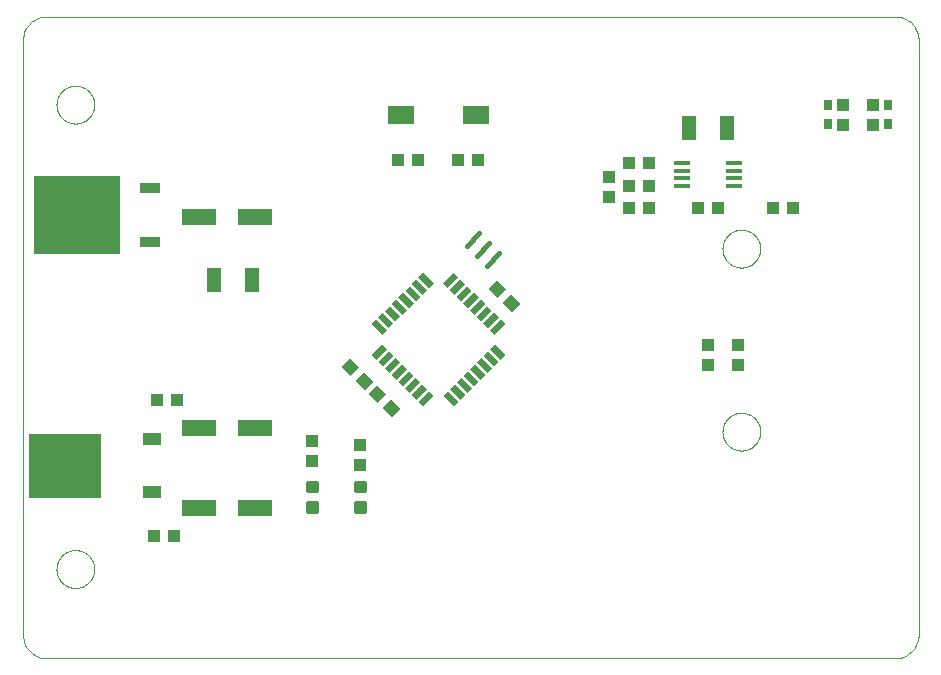
<source format=gtp>
G75*
%MOIN*%
%OFA0B0*%
%FSLAX25Y25*%
%IPPOS*%
%LPD*%
%AMOC8*
5,1,8,0,0,1.08239X$1,22.5*
%
%ADD10C,0.00394*%
%ADD11C,0.00000*%
%ADD12R,0.04331X0.03937*%
%ADD13C,0.01181*%
%ADD14R,0.03937X0.04331*%
%ADD15R,0.09055X0.06299*%
%ADD16R,0.05000X0.02200*%
%ADD17R,0.02200X0.05000*%
%ADD18R,0.05512X0.01575*%
%ADD19C,0.01772*%
%ADD20R,0.02756X0.03346*%
%ADD21R,0.24409X0.21260*%
%ADD22R,0.06299X0.03937*%
%ADD23R,0.06700X0.03700*%
%ADD24R,0.28800X0.26000*%
%ADD25R,0.04724X0.07874*%
%ADD26R,0.11811X0.05512*%
D10*
X0012314Y0008797D02*
X0011600Y0009511D01*
X0011277Y0009901D01*
X0010993Y0010321D01*
X0010710Y0010740D01*
X0010465Y0011187D01*
X0010065Y0012128D01*
X0009910Y0012622D01*
X0009805Y0013133D01*
X0009699Y0013645D01*
X0009644Y0014174D01*
X0009644Y0213440D01*
X0009699Y0213969D01*
X0009805Y0214481D01*
X0009910Y0214992D01*
X0010065Y0215486D01*
X0010465Y0216427D01*
X0010710Y0216874D01*
X0010993Y0217294D01*
X0011277Y0217713D01*
X0011600Y0218103D01*
X0012314Y0218817D01*
X0012704Y0219140D01*
X0013123Y0219424D01*
X0013542Y0219707D01*
X0013990Y0219952D01*
X0014931Y0220352D01*
X0015425Y0220507D01*
X0015936Y0220612D01*
X0016448Y0220718D01*
X0016977Y0220773D01*
X0300832Y0220773D01*
X0301361Y0220718D01*
X0301872Y0220612D01*
X0302383Y0220507D01*
X0302877Y0220352D01*
X0303818Y0219952D01*
X0304266Y0219707D01*
X0304685Y0219424D01*
X0305104Y0219140D01*
X0305495Y0218817D01*
X0306208Y0218103D01*
X0306531Y0217713D01*
X0306815Y0217294D01*
X0307099Y0216874D01*
X0307343Y0216427D01*
X0307743Y0215486D01*
X0307898Y0214992D01*
X0308004Y0214481D01*
X0308109Y0213969D01*
X0308164Y0213440D01*
X0308164Y0014174D01*
X0308109Y0013645D01*
X0308004Y0013133D01*
X0307898Y0012622D01*
X0307743Y0012128D01*
X0307343Y0011187D01*
X0307099Y0010740D01*
X0306815Y0010321D01*
X0306531Y0009901D01*
X0306208Y0009511D01*
X0305495Y0008797D01*
X0305104Y0008474D01*
X0304685Y0008191D01*
X0304266Y0007907D01*
X0303818Y0007662D01*
X0302877Y0007262D01*
X0302383Y0007107D01*
X0301872Y0007002D01*
X0301361Y0006896D01*
X0300832Y0006841D01*
X0016977Y0006841D01*
X0016448Y0006896D01*
X0015936Y0007002D01*
X0015425Y0007107D01*
X0014931Y0007262D01*
X0013990Y0007662D01*
X0013542Y0007907D01*
X0013123Y0008191D01*
X0012704Y0008474D01*
X0012314Y0008797D01*
D11*
X0020801Y0036600D02*
X0020803Y0036758D01*
X0020809Y0036916D01*
X0020819Y0037074D01*
X0020833Y0037232D01*
X0020851Y0037389D01*
X0020872Y0037546D01*
X0020898Y0037702D01*
X0020928Y0037858D01*
X0020961Y0038013D01*
X0020999Y0038166D01*
X0021040Y0038319D01*
X0021085Y0038471D01*
X0021134Y0038622D01*
X0021187Y0038771D01*
X0021243Y0038919D01*
X0021303Y0039065D01*
X0021367Y0039210D01*
X0021435Y0039353D01*
X0021506Y0039495D01*
X0021580Y0039635D01*
X0021658Y0039772D01*
X0021740Y0039908D01*
X0021824Y0040042D01*
X0021913Y0040173D01*
X0022004Y0040302D01*
X0022099Y0040429D01*
X0022196Y0040554D01*
X0022297Y0040676D01*
X0022401Y0040795D01*
X0022508Y0040912D01*
X0022618Y0041026D01*
X0022731Y0041137D01*
X0022846Y0041246D01*
X0022964Y0041351D01*
X0023085Y0041453D01*
X0023208Y0041553D01*
X0023334Y0041649D01*
X0023462Y0041742D01*
X0023592Y0041832D01*
X0023725Y0041918D01*
X0023860Y0042002D01*
X0023996Y0042081D01*
X0024135Y0042158D01*
X0024276Y0042230D01*
X0024418Y0042300D01*
X0024562Y0042365D01*
X0024708Y0042427D01*
X0024855Y0042485D01*
X0025004Y0042540D01*
X0025154Y0042591D01*
X0025305Y0042638D01*
X0025457Y0042681D01*
X0025610Y0042720D01*
X0025765Y0042756D01*
X0025920Y0042787D01*
X0026076Y0042815D01*
X0026232Y0042839D01*
X0026389Y0042859D01*
X0026547Y0042875D01*
X0026704Y0042887D01*
X0026863Y0042895D01*
X0027021Y0042899D01*
X0027179Y0042899D01*
X0027337Y0042895D01*
X0027496Y0042887D01*
X0027653Y0042875D01*
X0027811Y0042859D01*
X0027968Y0042839D01*
X0028124Y0042815D01*
X0028280Y0042787D01*
X0028435Y0042756D01*
X0028590Y0042720D01*
X0028743Y0042681D01*
X0028895Y0042638D01*
X0029046Y0042591D01*
X0029196Y0042540D01*
X0029345Y0042485D01*
X0029492Y0042427D01*
X0029638Y0042365D01*
X0029782Y0042300D01*
X0029924Y0042230D01*
X0030065Y0042158D01*
X0030204Y0042081D01*
X0030340Y0042002D01*
X0030475Y0041918D01*
X0030608Y0041832D01*
X0030738Y0041742D01*
X0030866Y0041649D01*
X0030992Y0041553D01*
X0031115Y0041453D01*
X0031236Y0041351D01*
X0031354Y0041246D01*
X0031469Y0041137D01*
X0031582Y0041026D01*
X0031692Y0040912D01*
X0031799Y0040795D01*
X0031903Y0040676D01*
X0032004Y0040554D01*
X0032101Y0040429D01*
X0032196Y0040302D01*
X0032287Y0040173D01*
X0032376Y0040042D01*
X0032460Y0039908D01*
X0032542Y0039772D01*
X0032620Y0039635D01*
X0032694Y0039495D01*
X0032765Y0039353D01*
X0032833Y0039210D01*
X0032897Y0039065D01*
X0032957Y0038919D01*
X0033013Y0038771D01*
X0033066Y0038622D01*
X0033115Y0038471D01*
X0033160Y0038319D01*
X0033201Y0038166D01*
X0033239Y0038013D01*
X0033272Y0037858D01*
X0033302Y0037702D01*
X0033328Y0037546D01*
X0033349Y0037389D01*
X0033367Y0037232D01*
X0033381Y0037074D01*
X0033391Y0036916D01*
X0033397Y0036758D01*
X0033399Y0036600D01*
X0033397Y0036442D01*
X0033391Y0036284D01*
X0033381Y0036126D01*
X0033367Y0035968D01*
X0033349Y0035811D01*
X0033328Y0035654D01*
X0033302Y0035498D01*
X0033272Y0035342D01*
X0033239Y0035187D01*
X0033201Y0035034D01*
X0033160Y0034881D01*
X0033115Y0034729D01*
X0033066Y0034578D01*
X0033013Y0034429D01*
X0032957Y0034281D01*
X0032897Y0034135D01*
X0032833Y0033990D01*
X0032765Y0033847D01*
X0032694Y0033705D01*
X0032620Y0033565D01*
X0032542Y0033428D01*
X0032460Y0033292D01*
X0032376Y0033158D01*
X0032287Y0033027D01*
X0032196Y0032898D01*
X0032101Y0032771D01*
X0032004Y0032646D01*
X0031903Y0032524D01*
X0031799Y0032405D01*
X0031692Y0032288D01*
X0031582Y0032174D01*
X0031469Y0032063D01*
X0031354Y0031954D01*
X0031236Y0031849D01*
X0031115Y0031747D01*
X0030992Y0031647D01*
X0030866Y0031551D01*
X0030738Y0031458D01*
X0030608Y0031368D01*
X0030475Y0031282D01*
X0030340Y0031198D01*
X0030204Y0031119D01*
X0030065Y0031042D01*
X0029924Y0030970D01*
X0029782Y0030900D01*
X0029638Y0030835D01*
X0029492Y0030773D01*
X0029345Y0030715D01*
X0029196Y0030660D01*
X0029046Y0030609D01*
X0028895Y0030562D01*
X0028743Y0030519D01*
X0028590Y0030480D01*
X0028435Y0030444D01*
X0028280Y0030413D01*
X0028124Y0030385D01*
X0027968Y0030361D01*
X0027811Y0030341D01*
X0027653Y0030325D01*
X0027496Y0030313D01*
X0027337Y0030305D01*
X0027179Y0030301D01*
X0027021Y0030301D01*
X0026863Y0030305D01*
X0026704Y0030313D01*
X0026547Y0030325D01*
X0026389Y0030341D01*
X0026232Y0030361D01*
X0026076Y0030385D01*
X0025920Y0030413D01*
X0025765Y0030444D01*
X0025610Y0030480D01*
X0025457Y0030519D01*
X0025305Y0030562D01*
X0025154Y0030609D01*
X0025004Y0030660D01*
X0024855Y0030715D01*
X0024708Y0030773D01*
X0024562Y0030835D01*
X0024418Y0030900D01*
X0024276Y0030970D01*
X0024135Y0031042D01*
X0023996Y0031119D01*
X0023860Y0031198D01*
X0023725Y0031282D01*
X0023592Y0031368D01*
X0023462Y0031458D01*
X0023334Y0031551D01*
X0023208Y0031647D01*
X0023085Y0031747D01*
X0022964Y0031849D01*
X0022846Y0031954D01*
X0022731Y0032063D01*
X0022618Y0032174D01*
X0022508Y0032288D01*
X0022401Y0032405D01*
X0022297Y0032524D01*
X0022196Y0032646D01*
X0022099Y0032771D01*
X0022004Y0032898D01*
X0021913Y0033027D01*
X0021824Y0033158D01*
X0021740Y0033292D01*
X0021658Y0033428D01*
X0021580Y0033565D01*
X0021506Y0033705D01*
X0021435Y0033847D01*
X0021367Y0033990D01*
X0021303Y0034135D01*
X0021243Y0034281D01*
X0021187Y0034429D01*
X0021134Y0034578D01*
X0021085Y0034729D01*
X0021040Y0034881D01*
X0020999Y0035034D01*
X0020961Y0035187D01*
X0020928Y0035342D01*
X0020898Y0035498D01*
X0020872Y0035654D01*
X0020851Y0035811D01*
X0020833Y0035968D01*
X0020819Y0036126D01*
X0020809Y0036284D01*
X0020803Y0036442D01*
X0020801Y0036600D01*
X0020801Y0191400D02*
X0020803Y0191558D01*
X0020809Y0191716D01*
X0020819Y0191874D01*
X0020833Y0192032D01*
X0020851Y0192189D01*
X0020872Y0192346D01*
X0020898Y0192502D01*
X0020928Y0192658D01*
X0020961Y0192813D01*
X0020999Y0192966D01*
X0021040Y0193119D01*
X0021085Y0193271D01*
X0021134Y0193422D01*
X0021187Y0193571D01*
X0021243Y0193719D01*
X0021303Y0193865D01*
X0021367Y0194010D01*
X0021435Y0194153D01*
X0021506Y0194295D01*
X0021580Y0194435D01*
X0021658Y0194572D01*
X0021740Y0194708D01*
X0021824Y0194842D01*
X0021913Y0194973D01*
X0022004Y0195102D01*
X0022099Y0195229D01*
X0022196Y0195354D01*
X0022297Y0195476D01*
X0022401Y0195595D01*
X0022508Y0195712D01*
X0022618Y0195826D01*
X0022731Y0195937D01*
X0022846Y0196046D01*
X0022964Y0196151D01*
X0023085Y0196253D01*
X0023208Y0196353D01*
X0023334Y0196449D01*
X0023462Y0196542D01*
X0023592Y0196632D01*
X0023725Y0196718D01*
X0023860Y0196802D01*
X0023996Y0196881D01*
X0024135Y0196958D01*
X0024276Y0197030D01*
X0024418Y0197100D01*
X0024562Y0197165D01*
X0024708Y0197227D01*
X0024855Y0197285D01*
X0025004Y0197340D01*
X0025154Y0197391D01*
X0025305Y0197438D01*
X0025457Y0197481D01*
X0025610Y0197520D01*
X0025765Y0197556D01*
X0025920Y0197587D01*
X0026076Y0197615D01*
X0026232Y0197639D01*
X0026389Y0197659D01*
X0026547Y0197675D01*
X0026704Y0197687D01*
X0026863Y0197695D01*
X0027021Y0197699D01*
X0027179Y0197699D01*
X0027337Y0197695D01*
X0027496Y0197687D01*
X0027653Y0197675D01*
X0027811Y0197659D01*
X0027968Y0197639D01*
X0028124Y0197615D01*
X0028280Y0197587D01*
X0028435Y0197556D01*
X0028590Y0197520D01*
X0028743Y0197481D01*
X0028895Y0197438D01*
X0029046Y0197391D01*
X0029196Y0197340D01*
X0029345Y0197285D01*
X0029492Y0197227D01*
X0029638Y0197165D01*
X0029782Y0197100D01*
X0029924Y0197030D01*
X0030065Y0196958D01*
X0030204Y0196881D01*
X0030340Y0196802D01*
X0030475Y0196718D01*
X0030608Y0196632D01*
X0030738Y0196542D01*
X0030866Y0196449D01*
X0030992Y0196353D01*
X0031115Y0196253D01*
X0031236Y0196151D01*
X0031354Y0196046D01*
X0031469Y0195937D01*
X0031582Y0195826D01*
X0031692Y0195712D01*
X0031799Y0195595D01*
X0031903Y0195476D01*
X0032004Y0195354D01*
X0032101Y0195229D01*
X0032196Y0195102D01*
X0032287Y0194973D01*
X0032376Y0194842D01*
X0032460Y0194708D01*
X0032542Y0194572D01*
X0032620Y0194435D01*
X0032694Y0194295D01*
X0032765Y0194153D01*
X0032833Y0194010D01*
X0032897Y0193865D01*
X0032957Y0193719D01*
X0033013Y0193571D01*
X0033066Y0193422D01*
X0033115Y0193271D01*
X0033160Y0193119D01*
X0033201Y0192966D01*
X0033239Y0192813D01*
X0033272Y0192658D01*
X0033302Y0192502D01*
X0033328Y0192346D01*
X0033349Y0192189D01*
X0033367Y0192032D01*
X0033381Y0191874D01*
X0033391Y0191716D01*
X0033397Y0191558D01*
X0033399Y0191400D01*
X0033397Y0191242D01*
X0033391Y0191084D01*
X0033381Y0190926D01*
X0033367Y0190768D01*
X0033349Y0190611D01*
X0033328Y0190454D01*
X0033302Y0190298D01*
X0033272Y0190142D01*
X0033239Y0189987D01*
X0033201Y0189834D01*
X0033160Y0189681D01*
X0033115Y0189529D01*
X0033066Y0189378D01*
X0033013Y0189229D01*
X0032957Y0189081D01*
X0032897Y0188935D01*
X0032833Y0188790D01*
X0032765Y0188647D01*
X0032694Y0188505D01*
X0032620Y0188365D01*
X0032542Y0188228D01*
X0032460Y0188092D01*
X0032376Y0187958D01*
X0032287Y0187827D01*
X0032196Y0187698D01*
X0032101Y0187571D01*
X0032004Y0187446D01*
X0031903Y0187324D01*
X0031799Y0187205D01*
X0031692Y0187088D01*
X0031582Y0186974D01*
X0031469Y0186863D01*
X0031354Y0186754D01*
X0031236Y0186649D01*
X0031115Y0186547D01*
X0030992Y0186447D01*
X0030866Y0186351D01*
X0030738Y0186258D01*
X0030608Y0186168D01*
X0030475Y0186082D01*
X0030340Y0185998D01*
X0030204Y0185919D01*
X0030065Y0185842D01*
X0029924Y0185770D01*
X0029782Y0185700D01*
X0029638Y0185635D01*
X0029492Y0185573D01*
X0029345Y0185515D01*
X0029196Y0185460D01*
X0029046Y0185409D01*
X0028895Y0185362D01*
X0028743Y0185319D01*
X0028590Y0185280D01*
X0028435Y0185244D01*
X0028280Y0185213D01*
X0028124Y0185185D01*
X0027968Y0185161D01*
X0027811Y0185141D01*
X0027653Y0185125D01*
X0027496Y0185113D01*
X0027337Y0185105D01*
X0027179Y0185101D01*
X0027021Y0185101D01*
X0026863Y0185105D01*
X0026704Y0185113D01*
X0026547Y0185125D01*
X0026389Y0185141D01*
X0026232Y0185161D01*
X0026076Y0185185D01*
X0025920Y0185213D01*
X0025765Y0185244D01*
X0025610Y0185280D01*
X0025457Y0185319D01*
X0025305Y0185362D01*
X0025154Y0185409D01*
X0025004Y0185460D01*
X0024855Y0185515D01*
X0024708Y0185573D01*
X0024562Y0185635D01*
X0024418Y0185700D01*
X0024276Y0185770D01*
X0024135Y0185842D01*
X0023996Y0185919D01*
X0023860Y0185998D01*
X0023725Y0186082D01*
X0023592Y0186168D01*
X0023462Y0186258D01*
X0023334Y0186351D01*
X0023208Y0186447D01*
X0023085Y0186547D01*
X0022964Y0186649D01*
X0022846Y0186754D01*
X0022731Y0186863D01*
X0022618Y0186974D01*
X0022508Y0187088D01*
X0022401Y0187205D01*
X0022297Y0187324D01*
X0022196Y0187446D01*
X0022099Y0187571D01*
X0022004Y0187698D01*
X0021913Y0187827D01*
X0021824Y0187958D01*
X0021740Y0188092D01*
X0021658Y0188228D01*
X0021580Y0188365D01*
X0021506Y0188505D01*
X0021435Y0188647D01*
X0021367Y0188790D01*
X0021303Y0188935D01*
X0021243Y0189081D01*
X0021187Y0189229D01*
X0021134Y0189378D01*
X0021085Y0189529D01*
X0021040Y0189681D01*
X0020999Y0189834D01*
X0020961Y0189987D01*
X0020928Y0190142D01*
X0020898Y0190298D01*
X0020872Y0190454D01*
X0020851Y0190611D01*
X0020833Y0190768D01*
X0020819Y0190926D01*
X0020809Y0191084D01*
X0020803Y0191242D01*
X0020801Y0191400D01*
X0242801Y0143400D02*
X0242803Y0143558D01*
X0242809Y0143716D01*
X0242819Y0143874D01*
X0242833Y0144032D01*
X0242851Y0144189D01*
X0242872Y0144346D01*
X0242898Y0144502D01*
X0242928Y0144658D01*
X0242961Y0144813D01*
X0242999Y0144966D01*
X0243040Y0145119D01*
X0243085Y0145271D01*
X0243134Y0145422D01*
X0243187Y0145571D01*
X0243243Y0145719D01*
X0243303Y0145865D01*
X0243367Y0146010D01*
X0243435Y0146153D01*
X0243506Y0146295D01*
X0243580Y0146435D01*
X0243658Y0146572D01*
X0243740Y0146708D01*
X0243824Y0146842D01*
X0243913Y0146973D01*
X0244004Y0147102D01*
X0244099Y0147229D01*
X0244196Y0147354D01*
X0244297Y0147476D01*
X0244401Y0147595D01*
X0244508Y0147712D01*
X0244618Y0147826D01*
X0244731Y0147937D01*
X0244846Y0148046D01*
X0244964Y0148151D01*
X0245085Y0148253D01*
X0245208Y0148353D01*
X0245334Y0148449D01*
X0245462Y0148542D01*
X0245592Y0148632D01*
X0245725Y0148718D01*
X0245860Y0148802D01*
X0245996Y0148881D01*
X0246135Y0148958D01*
X0246276Y0149030D01*
X0246418Y0149100D01*
X0246562Y0149165D01*
X0246708Y0149227D01*
X0246855Y0149285D01*
X0247004Y0149340D01*
X0247154Y0149391D01*
X0247305Y0149438D01*
X0247457Y0149481D01*
X0247610Y0149520D01*
X0247765Y0149556D01*
X0247920Y0149587D01*
X0248076Y0149615D01*
X0248232Y0149639D01*
X0248389Y0149659D01*
X0248547Y0149675D01*
X0248704Y0149687D01*
X0248863Y0149695D01*
X0249021Y0149699D01*
X0249179Y0149699D01*
X0249337Y0149695D01*
X0249496Y0149687D01*
X0249653Y0149675D01*
X0249811Y0149659D01*
X0249968Y0149639D01*
X0250124Y0149615D01*
X0250280Y0149587D01*
X0250435Y0149556D01*
X0250590Y0149520D01*
X0250743Y0149481D01*
X0250895Y0149438D01*
X0251046Y0149391D01*
X0251196Y0149340D01*
X0251345Y0149285D01*
X0251492Y0149227D01*
X0251638Y0149165D01*
X0251782Y0149100D01*
X0251924Y0149030D01*
X0252065Y0148958D01*
X0252204Y0148881D01*
X0252340Y0148802D01*
X0252475Y0148718D01*
X0252608Y0148632D01*
X0252738Y0148542D01*
X0252866Y0148449D01*
X0252992Y0148353D01*
X0253115Y0148253D01*
X0253236Y0148151D01*
X0253354Y0148046D01*
X0253469Y0147937D01*
X0253582Y0147826D01*
X0253692Y0147712D01*
X0253799Y0147595D01*
X0253903Y0147476D01*
X0254004Y0147354D01*
X0254101Y0147229D01*
X0254196Y0147102D01*
X0254287Y0146973D01*
X0254376Y0146842D01*
X0254460Y0146708D01*
X0254542Y0146572D01*
X0254620Y0146435D01*
X0254694Y0146295D01*
X0254765Y0146153D01*
X0254833Y0146010D01*
X0254897Y0145865D01*
X0254957Y0145719D01*
X0255013Y0145571D01*
X0255066Y0145422D01*
X0255115Y0145271D01*
X0255160Y0145119D01*
X0255201Y0144966D01*
X0255239Y0144813D01*
X0255272Y0144658D01*
X0255302Y0144502D01*
X0255328Y0144346D01*
X0255349Y0144189D01*
X0255367Y0144032D01*
X0255381Y0143874D01*
X0255391Y0143716D01*
X0255397Y0143558D01*
X0255399Y0143400D01*
X0255397Y0143242D01*
X0255391Y0143084D01*
X0255381Y0142926D01*
X0255367Y0142768D01*
X0255349Y0142611D01*
X0255328Y0142454D01*
X0255302Y0142298D01*
X0255272Y0142142D01*
X0255239Y0141987D01*
X0255201Y0141834D01*
X0255160Y0141681D01*
X0255115Y0141529D01*
X0255066Y0141378D01*
X0255013Y0141229D01*
X0254957Y0141081D01*
X0254897Y0140935D01*
X0254833Y0140790D01*
X0254765Y0140647D01*
X0254694Y0140505D01*
X0254620Y0140365D01*
X0254542Y0140228D01*
X0254460Y0140092D01*
X0254376Y0139958D01*
X0254287Y0139827D01*
X0254196Y0139698D01*
X0254101Y0139571D01*
X0254004Y0139446D01*
X0253903Y0139324D01*
X0253799Y0139205D01*
X0253692Y0139088D01*
X0253582Y0138974D01*
X0253469Y0138863D01*
X0253354Y0138754D01*
X0253236Y0138649D01*
X0253115Y0138547D01*
X0252992Y0138447D01*
X0252866Y0138351D01*
X0252738Y0138258D01*
X0252608Y0138168D01*
X0252475Y0138082D01*
X0252340Y0137998D01*
X0252204Y0137919D01*
X0252065Y0137842D01*
X0251924Y0137770D01*
X0251782Y0137700D01*
X0251638Y0137635D01*
X0251492Y0137573D01*
X0251345Y0137515D01*
X0251196Y0137460D01*
X0251046Y0137409D01*
X0250895Y0137362D01*
X0250743Y0137319D01*
X0250590Y0137280D01*
X0250435Y0137244D01*
X0250280Y0137213D01*
X0250124Y0137185D01*
X0249968Y0137161D01*
X0249811Y0137141D01*
X0249653Y0137125D01*
X0249496Y0137113D01*
X0249337Y0137105D01*
X0249179Y0137101D01*
X0249021Y0137101D01*
X0248863Y0137105D01*
X0248704Y0137113D01*
X0248547Y0137125D01*
X0248389Y0137141D01*
X0248232Y0137161D01*
X0248076Y0137185D01*
X0247920Y0137213D01*
X0247765Y0137244D01*
X0247610Y0137280D01*
X0247457Y0137319D01*
X0247305Y0137362D01*
X0247154Y0137409D01*
X0247004Y0137460D01*
X0246855Y0137515D01*
X0246708Y0137573D01*
X0246562Y0137635D01*
X0246418Y0137700D01*
X0246276Y0137770D01*
X0246135Y0137842D01*
X0245996Y0137919D01*
X0245860Y0137998D01*
X0245725Y0138082D01*
X0245592Y0138168D01*
X0245462Y0138258D01*
X0245334Y0138351D01*
X0245208Y0138447D01*
X0245085Y0138547D01*
X0244964Y0138649D01*
X0244846Y0138754D01*
X0244731Y0138863D01*
X0244618Y0138974D01*
X0244508Y0139088D01*
X0244401Y0139205D01*
X0244297Y0139324D01*
X0244196Y0139446D01*
X0244099Y0139571D01*
X0244004Y0139698D01*
X0243913Y0139827D01*
X0243824Y0139958D01*
X0243740Y0140092D01*
X0243658Y0140228D01*
X0243580Y0140365D01*
X0243506Y0140505D01*
X0243435Y0140647D01*
X0243367Y0140790D01*
X0243303Y0140935D01*
X0243243Y0141081D01*
X0243187Y0141229D01*
X0243134Y0141378D01*
X0243085Y0141529D01*
X0243040Y0141681D01*
X0242999Y0141834D01*
X0242961Y0141987D01*
X0242928Y0142142D01*
X0242898Y0142298D01*
X0242872Y0142454D01*
X0242851Y0142611D01*
X0242833Y0142768D01*
X0242819Y0142926D01*
X0242809Y0143084D01*
X0242803Y0143242D01*
X0242801Y0143400D01*
X0242801Y0082400D02*
X0242803Y0082558D01*
X0242809Y0082716D01*
X0242819Y0082874D01*
X0242833Y0083032D01*
X0242851Y0083189D01*
X0242872Y0083346D01*
X0242898Y0083502D01*
X0242928Y0083658D01*
X0242961Y0083813D01*
X0242999Y0083966D01*
X0243040Y0084119D01*
X0243085Y0084271D01*
X0243134Y0084422D01*
X0243187Y0084571D01*
X0243243Y0084719D01*
X0243303Y0084865D01*
X0243367Y0085010D01*
X0243435Y0085153D01*
X0243506Y0085295D01*
X0243580Y0085435D01*
X0243658Y0085572D01*
X0243740Y0085708D01*
X0243824Y0085842D01*
X0243913Y0085973D01*
X0244004Y0086102D01*
X0244099Y0086229D01*
X0244196Y0086354D01*
X0244297Y0086476D01*
X0244401Y0086595D01*
X0244508Y0086712D01*
X0244618Y0086826D01*
X0244731Y0086937D01*
X0244846Y0087046D01*
X0244964Y0087151D01*
X0245085Y0087253D01*
X0245208Y0087353D01*
X0245334Y0087449D01*
X0245462Y0087542D01*
X0245592Y0087632D01*
X0245725Y0087718D01*
X0245860Y0087802D01*
X0245996Y0087881D01*
X0246135Y0087958D01*
X0246276Y0088030D01*
X0246418Y0088100D01*
X0246562Y0088165D01*
X0246708Y0088227D01*
X0246855Y0088285D01*
X0247004Y0088340D01*
X0247154Y0088391D01*
X0247305Y0088438D01*
X0247457Y0088481D01*
X0247610Y0088520D01*
X0247765Y0088556D01*
X0247920Y0088587D01*
X0248076Y0088615D01*
X0248232Y0088639D01*
X0248389Y0088659D01*
X0248547Y0088675D01*
X0248704Y0088687D01*
X0248863Y0088695D01*
X0249021Y0088699D01*
X0249179Y0088699D01*
X0249337Y0088695D01*
X0249496Y0088687D01*
X0249653Y0088675D01*
X0249811Y0088659D01*
X0249968Y0088639D01*
X0250124Y0088615D01*
X0250280Y0088587D01*
X0250435Y0088556D01*
X0250590Y0088520D01*
X0250743Y0088481D01*
X0250895Y0088438D01*
X0251046Y0088391D01*
X0251196Y0088340D01*
X0251345Y0088285D01*
X0251492Y0088227D01*
X0251638Y0088165D01*
X0251782Y0088100D01*
X0251924Y0088030D01*
X0252065Y0087958D01*
X0252204Y0087881D01*
X0252340Y0087802D01*
X0252475Y0087718D01*
X0252608Y0087632D01*
X0252738Y0087542D01*
X0252866Y0087449D01*
X0252992Y0087353D01*
X0253115Y0087253D01*
X0253236Y0087151D01*
X0253354Y0087046D01*
X0253469Y0086937D01*
X0253582Y0086826D01*
X0253692Y0086712D01*
X0253799Y0086595D01*
X0253903Y0086476D01*
X0254004Y0086354D01*
X0254101Y0086229D01*
X0254196Y0086102D01*
X0254287Y0085973D01*
X0254376Y0085842D01*
X0254460Y0085708D01*
X0254542Y0085572D01*
X0254620Y0085435D01*
X0254694Y0085295D01*
X0254765Y0085153D01*
X0254833Y0085010D01*
X0254897Y0084865D01*
X0254957Y0084719D01*
X0255013Y0084571D01*
X0255066Y0084422D01*
X0255115Y0084271D01*
X0255160Y0084119D01*
X0255201Y0083966D01*
X0255239Y0083813D01*
X0255272Y0083658D01*
X0255302Y0083502D01*
X0255328Y0083346D01*
X0255349Y0083189D01*
X0255367Y0083032D01*
X0255381Y0082874D01*
X0255391Y0082716D01*
X0255397Y0082558D01*
X0255399Y0082400D01*
X0255397Y0082242D01*
X0255391Y0082084D01*
X0255381Y0081926D01*
X0255367Y0081768D01*
X0255349Y0081611D01*
X0255328Y0081454D01*
X0255302Y0081298D01*
X0255272Y0081142D01*
X0255239Y0080987D01*
X0255201Y0080834D01*
X0255160Y0080681D01*
X0255115Y0080529D01*
X0255066Y0080378D01*
X0255013Y0080229D01*
X0254957Y0080081D01*
X0254897Y0079935D01*
X0254833Y0079790D01*
X0254765Y0079647D01*
X0254694Y0079505D01*
X0254620Y0079365D01*
X0254542Y0079228D01*
X0254460Y0079092D01*
X0254376Y0078958D01*
X0254287Y0078827D01*
X0254196Y0078698D01*
X0254101Y0078571D01*
X0254004Y0078446D01*
X0253903Y0078324D01*
X0253799Y0078205D01*
X0253692Y0078088D01*
X0253582Y0077974D01*
X0253469Y0077863D01*
X0253354Y0077754D01*
X0253236Y0077649D01*
X0253115Y0077547D01*
X0252992Y0077447D01*
X0252866Y0077351D01*
X0252738Y0077258D01*
X0252608Y0077168D01*
X0252475Y0077082D01*
X0252340Y0076998D01*
X0252204Y0076919D01*
X0252065Y0076842D01*
X0251924Y0076770D01*
X0251782Y0076700D01*
X0251638Y0076635D01*
X0251492Y0076573D01*
X0251345Y0076515D01*
X0251196Y0076460D01*
X0251046Y0076409D01*
X0250895Y0076362D01*
X0250743Y0076319D01*
X0250590Y0076280D01*
X0250435Y0076244D01*
X0250280Y0076213D01*
X0250124Y0076185D01*
X0249968Y0076161D01*
X0249811Y0076141D01*
X0249653Y0076125D01*
X0249496Y0076113D01*
X0249337Y0076105D01*
X0249179Y0076101D01*
X0249021Y0076101D01*
X0248863Y0076105D01*
X0248704Y0076113D01*
X0248547Y0076125D01*
X0248389Y0076141D01*
X0248232Y0076161D01*
X0248076Y0076185D01*
X0247920Y0076213D01*
X0247765Y0076244D01*
X0247610Y0076280D01*
X0247457Y0076319D01*
X0247305Y0076362D01*
X0247154Y0076409D01*
X0247004Y0076460D01*
X0246855Y0076515D01*
X0246708Y0076573D01*
X0246562Y0076635D01*
X0246418Y0076700D01*
X0246276Y0076770D01*
X0246135Y0076842D01*
X0245996Y0076919D01*
X0245860Y0076998D01*
X0245725Y0077082D01*
X0245592Y0077168D01*
X0245462Y0077258D01*
X0245334Y0077351D01*
X0245208Y0077447D01*
X0245085Y0077547D01*
X0244964Y0077649D01*
X0244846Y0077754D01*
X0244731Y0077863D01*
X0244618Y0077974D01*
X0244508Y0078088D01*
X0244401Y0078205D01*
X0244297Y0078324D01*
X0244196Y0078446D01*
X0244099Y0078571D01*
X0244004Y0078698D01*
X0243913Y0078827D01*
X0243824Y0078958D01*
X0243740Y0079092D01*
X0243658Y0079228D01*
X0243580Y0079365D01*
X0243506Y0079505D01*
X0243435Y0079647D01*
X0243367Y0079790D01*
X0243303Y0079935D01*
X0243243Y0080081D01*
X0243187Y0080229D01*
X0243134Y0080378D01*
X0243085Y0080529D01*
X0243040Y0080681D01*
X0242999Y0080834D01*
X0242961Y0080987D01*
X0242928Y0081142D01*
X0242898Y0081298D01*
X0242872Y0081454D01*
X0242851Y0081611D01*
X0242833Y0081768D01*
X0242819Y0081926D01*
X0242809Y0082084D01*
X0242803Y0082242D01*
X0242801Y0082400D01*
D12*
X0238100Y0104754D03*
X0238100Y0111446D03*
X0248100Y0111446D03*
X0248100Y0104754D03*
X0259754Y0157100D03*
X0266446Y0157100D03*
X0218346Y0157100D03*
X0211654Y0157100D03*
G36*
X0172605Y0122312D02*
X0169544Y0125373D01*
X0172327Y0128156D01*
X0175388Y0125095D01*
X0172605Y0122312D01*
G37*
G36*
X0167873Y0127044D02*
X0164812Y0130105D01*
X0167595Y0132888D01*
X0170656Y0129827D01*
X0167873Y0127044D01*
G37*
G36*
X0127873Y0092044D02*
X0124812Y0095105D01*
X0127595Y0097888D01*
X0130656Y0094827D01*
X0127873Y0092044D01*
G37*
G36*
X0132605Y0087312D02*
X0129544Y0090373D01*
X0132327Y0093156D01*
X0135388Y0090095D01*
X0132605Y0087312D01*
G37*
X0122100Y0077946D03*
X0122100Y0071254D03*
X0106100Y0072754D03*
X0106100Y0079446D03*
G36*
X0123327Y0102156D02*
X0126388Y0099095D01*
X0123605Y0096312D01*
X0120544Y0099373D01*
X0123327Y0102156D01*
G37*
G36*
X0118595Y0106888D02*
X0121656Y0103827D01*
X0118873Y0101044D01*
X0115812Y0104105D01*
X0118595Y0106888D01*
G37*
X0060946Y0093100D03*
X0054254Y0093100D03*
X0053254Y0047600D03*
X0059946Y0047600D03*
X0154754Y0173100D03*
X0161446Y0173100D03*
D13*
X0123478Y0065431D02*
X0120722Y0065431D01*
X0123478Y0065431D02*
X0123478Y0062675D01*
X0120722Y0062675D01*
X0120722Y0065431D01*
X0120722Y0063855D02*
X0123478Y0063855D01*
X0123478Y0065035D02*
X0120722Y0065035D01*
X0120722Y0058525D02*
X0123478Y0058525D01*
X0123478Y0055769D01*
X0120722Y0055769D01*
X0120722Y0058525D01*
X0120722Y0056949D02*
X0123478Y0056949D01*
X0123478Y0058129D02*
X0120722Y0058129D01*
X0107478Y0058525D02*
X0104722Y0058525D01*
X0107478Y0058525D02*
X0107478Y0055769D01*
X0104722Y0055769D01*
X0104722Y0058525D01*
X0104722Y0056949D02*
X0107478Y0056949D01*
X0107478Y0058129D02*
X0104722Y0058129D01*
X0104722Y0065431D02*
X0107478Y0065431D01*
X0107478Y0062675D01*
X0104722Y0062675D01*
X0104722Y0065431D01*
X0104722Y0063855D02*
X0107478Y0063855D01*
X0107478Y0065035D02*
X0104722Y0065035D01*
D14*
X0234754Y0157100D03*
X0241446Y0157100D03*
X0218346Y0164200D03*
X0211654Y0164200D03*
X0205100Y0167446D03*
X0211754Y0171900D03*
X0218446Y0171900D03*
X0205100Y0160754D03*
X0141446Y0173100D03*
X0134754Y0173100D03*
X0283100Y0184754D03*
X0283100Y0191446D03*
X0293100Y0191446D03*
X0293100Y0184754D03*
D15*
X0160502Y0188100D03*
X0135698Y0188100D03*
D16*
G36*
X0149710Y0131856D02*
X0153244Y0135390D01*
X0154800Y0133834D01*
X0151266Y0130300D01*
X0149710Y0131856D01*
G37*
G36*
X0151937Y0129629D02*
X0155471Y0133163D01*
X0157027Y0131607D01*
X0153493Y0128073D01*
X0151937Y0129629D01*
G37*
G36*
X0154164Y0127402D02*
X0157698Y0130936D01*
X0159254Y0129380D01*
X0155720Y0125846D01*
X0154164Y0127402D01*
G37*
G36*
X0156392Y0125175D02*
X0159926Y0128709D01*
X0161482Y0127153D01*
X0157948Y0123619D01*
X0156392Y0125175D01*
G37*
G36*
X0158619Y0122948D02*
X0162153Y0126482D01*
X0163709Y0124926D01*
X0160175Y0121392D01*
X0158619Y0122948D01*
G37*
G36*
X0160846Y0120720D02*
X0164380Y0124254D01*
X0165936Y0122698D01*
X0162402Y0119164D01*
X0160846Y0120720D01*
G37*
G36*
X0163073Y0118493D02*
X0166607Y0122027D01*
X0168163Y0120471D01*
X0164629Y0116937D01*
X0163073Y0118493D01*
G37*
G36*
X0165300Y0116266D02*
X0168834Y0119800D01*
X0170390Y0118244D01*
X0166856Y0114710D01*
X0165300Y0116266D01*
G37*
G36*
X0136946Y0096820D02*
X0140480Y0100354D01*
X0142036Y0098798D01*
X0138502Y0095264D01*
X0136946Y0096820D01*
G37*
G36*
X0134718Y0099047D02*
X0138252Y0102581D01*
X0139808Y0101025D01*
X0136274Y0097491D01*
X0134718Y0099047D01*
G37*
G36*
X0132491Y0101274D02*
X0136025Y0104808D01*
X0137581Y0103252D01*
X0134047Y0099718D01*
X0132491Y0101274D01*
G37*
G36*
X0130264Y0103502D02*
X0133798Y0107036D01*
X0135354Y0105480D01*
X0131820Y0101946D01*
X0130264Y0103502D01*
G37*
G36*
X0128037Y0105729D02*
X0131571Y0109263D01*
X0133127Y0107707D01*
X0129593Y0104173D01*
X0128037Y0105729D01*
G37*
G36*
X0125810Y0107956D02*
X0129344Y0111490D01*
X0130900Y0109934D01*
X0127366Y0106400D01*
X0125810Y0107956D01*
G37*
G36*
X0139173Y0094593D02*
X0142707Y0098127D01*
X0144263Y0096571D01*
X0140729Y0093037D01*
X0139173Y0094593D01*
G37*
G36*
X0141400Y0092366D02*
X0144934Y0095900D01*
X0146490Y0094344D01*
X0142956Y0090810D01*
X0141400Y0092366D01*
G37*
D17*
G36*
X0149710Y0094344D02*
X0151266Y0095900D01*
X0154800Y0092366D01*
X0153244Y0090810D01*
X0149710Y0094344D01*
G37*
G36*
X0151937Y0096571D02*
X0153493Y0098127D01*
X0157027Y0094593D01*
X0155471Y0093037D01*
X0151937Y0096571D01*
G37*
G36*
X0154164Y0098798D02*
X0155720Y0100354D01*
X0159254Y0096820D01*
X0157698Y0095264D01*
X0154164Y0098798D01*
G37*
G36*
X0156392Y0101025D02*
X0157948Y0102581D01*
X0161482Y0099047D01*
X0159926Y0097491D01*
X0156392Y0101025D01*
G37*
G36*
X0158619Y0103252D02*
X0160175Y0104808D01*
X0163709Y0101274D01*
X0162153Y0099718D01*
X0158619Y0103252D01*
G37*
G36*
X0160846Y0105480D02*
X0162402Y0107036D01*
X0165936Y0103502D01*
X0164380Y0101946D01*
X0160846Y0105480D01*
G37*
G36*
X0163073Y0107707D02*
X0164629Y0109263D01*
X0168163Y0105729D01*
X0166607Y0104173D01*
X0163073Y0107707D01*
G37*
G36*
X0165300Y0109934D02*
X0166856Y0111490D01*
X0170390Y0107956D01*
X0168834Y0106400D01*
X0165300Y0109934D01*
G37*
G36*
X0136946Y0129380D02*
X0138502Y0130936D01*
X0142036Y0127402D01*
X0140480Y0125846D01*
X0136946Y0129380D01*
G37*
G36*
X0134718Y0127153D02*
X0136274Y0128709D01*
X0139808Y0125175D01*
X0138252Y0123619D01*
X0134718Y0127153D01*
G37*
G36*
X0132491Y0124926D02*
X0134047Y0126482D01*
X0137581Y0122948D01*
X0136025Y0121392D01*
X0132491Y0124926D01*
G37*
G36*
X0130264Y0122698D02*
X0131820Y0124254D01*
X0135354Y0120720D01*
X0133798Y0119164D01*
X0130264Y0122698D01*
G37*
G36*
X0128037Y0120471D02*
X0129593Y0122027D01*
X0133127Y0118493D01*
X0131571Y0116937D01*
X0128037Y0120471D01*
G37*
G36*
X0125810Y0118244D02*
X0127366Y0119800D01*
X0130900Y0116266D01*
X0129344Y0114710D01*
X0125810Y0118244D01*
G37*
G36*
X0139173Y0131607D02*
X0140729Y0133163D01*
X0144263Y0129629D01*
X0142707Y0128073D01*
X0139173Y0131607D01*
G37*
G36*
X0141400Y0133834D02*
X0142956Y0135390D01*
X0146490Y0131856D01*
X0144934Y0130300D01*
X0141400Y0133834D01*
G37*
D18*
X0229439Y0164261D03*
X0229439Y0166820D03*
X0229439Y0169380D03*
X0229439Y0171939D03*
X0246761Y0171939D03*
X0246761Y0169380D03*
X0246761Y0166820D03*
X0246761Y0164261D03*
D19*
X0168466Y0141784D02*
X0164416Y0137734D01*
X0161075Y0141075D02*
X0165125Y0145125D01*
X0161784Y0148466D02*
X0157734Y0144416D01*
D20*
X0278100Y0185049D03*
X0278100Y0191151D03*
X0298100Y0191151D03*
X0298100Y0185049D03*
D21*
X0023757Y0071100D03*
D22*
X0052498Y0062124D03*
X0052498Y0080076D03*
D23*
X0052100Y0145700D03*
X0052100Y0163500D03*
D24*
X0027500Y0154600D03*
D25*
X0073301Y0133100D03*
X0085899Y0133100D03*
X0231801Y0183600D03*
X0244399Y0183600D03*
D26*
X0087049Y0154100D03*
X0068151Y0154100D03*
X0068151Y0083600D03*
X0087049Y0083600D03*
X0087049Y0057100D03*
X0068151Y0057100D03*
M02*

</source>
